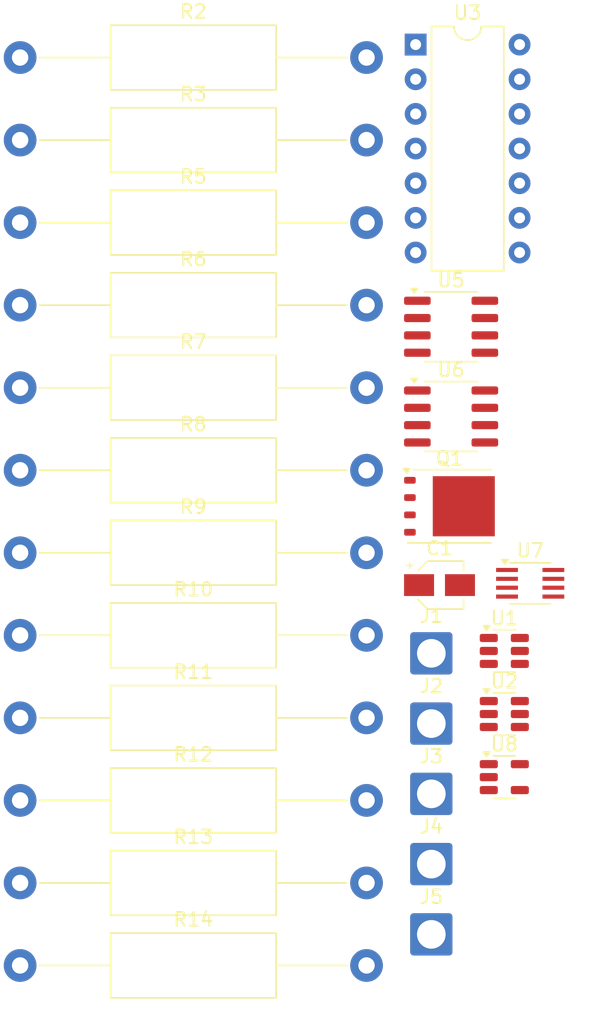
<source format=kicad_pcb>
(kicad_pcb (version 20240108) (generator "pcbnew") (generator_version "8.0")
  (layers (0 "F.Cu" signal) (31 "B.Cu" signal) (34 "B.Paste" user) (35 "F.Paste" user) (36 "B.SilkS" user "B.Silkscreen") (37 "F.SilkS" user "F.Silkscreen") (38 "B.Mask" user) (39 "F.Mask" user) (44 "Edge.Cuts" user))
  (net 0 "")
  (net 1 "V+")
  (net 2 "V-")
  (net 3 "Net-(J1-Pin_1)")
  (net 4 "GNDREF")
  (net 5 "Vout")
  (net 6 "Vset")
  (net 7 "Net-(J5-Pin_1)")
  (net 8 "Net-(Q1-D)")
  (net 10 "Net-(U1--)")
  (net 11 "Net-(U2-+)")
  (net 12 "Net-(U8-+)")
  (net 13 "Net-(U5--)")
  (net 14 "Net-(U6-+)")
  (net 15 "Net-(U2--)")
  (net 18 "Net-(U3A-Q)")
  (net 19 "Net-(U3A-~{R})")
  (net 20 "Net-(U3A-D)")
  (net 26 "Net-(U6-Pad6)")
  (footprint "Connector_Wire:SolderWire-1.5sqmm_1x01_D1.7mm_OD3mm" (layer "F.Cu") (at 118.5125 118.575)
    (property "Reference" "J5" (at 0 -2.75 0) (layer "F.SilkS"))
    (property "Value" "Conn_01x01_Socket")
    (pad "1" thru_hole roundrect (at 0 0) (size 3.1 3.1) (drill 2.1) (layers "*.Cu" "*.Mask") (roundrect_rratio 0.080645) (net 7 "Net-(J5-Pin_1)"))
  )
  (footprint "Resistor_THT:R_Axial_DIN0414_L11.9mm_D4.5mm_P25.40mm_Horizontal" (layer "F.Cu") (at 88.3625 84.555)
    (property "Reference" "R8" (at 12.7 -3.37 0) (layer "F.SilkS"))
    (property "Value" "100k")
    (fp_line (start 1.44 0) (end 6.63 0) (stroke (width 0.12)) (layer "F.SilkS"))
    (fp_line (start 6.63 -2.37) (end 6.63 2.37) (stroke (width 0.12)) (layer "F.SilkS"))
    (fp_line (start 6.63 2.37) (end 18.77 2.37) (stroke (width 0.12)) (layer "F.SilkS"))
    (fp_line (start 18.77 -2.37) (end 6.63 -2.37) (stroke (width 0.12)) (layer "F.SilkS"))
    (fp_line (start 18.77 2.37) (end 18.77 -2.37) (stroke (width 0.12)) (layer "F.SilkS"))
    (fp_line (start 23.96 0) (end 18.77 0) (stroke (width 0.12)) (layer "F.SilkS"))
    (pad "1" thru_hole circle (at 0 0) (size 2.4 2.4) (drill 1.2) (layers "*.Cu" "*.Mask") (net 2 "V-"))
    (pad "2" thru_hole oval (at 25.4 0) (size 2.4 2.4) (drill 1.2) (layers "*.Cu" "*.Mask") (net 12 "Net-(U8-+)"))
  )
  (footprint "Connector_Wire:SolderWire-1.5sqmm_1x01_D1.7mm_OD3mm" (layer "F.Cu") (at 118.5125 113.425)
    (property "Reference" "J4" (at 0 -2.75 0) (layer "F.SilkS"))
    (property "Value" "Conn_01x01_Socket")
    (pad "1" thru_hole roundrect (at 0 0) (size 3.1 3.1) (drill 2.1) (layers "*.Cu" "*.Mask") (roundrect_rratio 0.080645) (net 6 "Vset"))
  )
  (footprint "Package_TO_SOT_SMD:SOT-23-6" (layer "F.Cu") (at 123.8625 102.425)
    (property "Reference" "U2" (at 0 -2.4 0) (layer "F.SilkS"))
    (property "Value" "MAX4239AUT")
    (fp_line (start 0 -1.56) (end -0.8 -1.56) (stroke (width 0.12)) (layer "F.SilkS"))
    (fp_line (start 0 -1.56) (end 0.8 -1.56) (stroke (width 0.12)) (layer "F.SilkS"))
    (fp_line (start 0 1.56) (end -0.8 1.56) (stroke (width 0.12)) (layer "F.SilkS"))
    (fp_line (start 0 1.56) (end 0.8 1.56) (stroke (width 0.12)) (layer "F.SilkS"))
    (fp_poly (pts (xy -1.3 -1.51) (xy -1.54 -1.84) (xy -1.06 -1.84) (xy -1.3 -1.51)) (stroke (width 0.12)) (fill solid) (layer "F.SilkS"))
    (pad "1" smd roundrect (at -1.1375 -0.95) (size 1.325 0.6) (layers "F.Cu" "F.Paste" "F.Mask") (net 6 "Vset"))
    (pad "2" smd roundrect (at -1.1375 0) (size 1.325 0.6) (layers "F.Cu" "F.Paste" "F.Mask") (net 2 "V-"))
    (pad "3" smd roundrect (at -1.1375 0.95) (size 1.325 0.6) (layers "F.Cu" "F.Paste" "F.Mask") (net 11 "Net-(U2-+)"))
    (pad "4" smd roundrect (at 1.1375 0.95) (size 1.325 0.6) (layers "F.Cu" "F.Paste" "F.Mask") (net 15 "Net-(U2--)"))
    (pad "5" smd roundrect (at 1.1375 0) (size 1.325 0.6) (layers "F.Cu" "F.Paste" "F.Mask"))
    (pad "6" smd roundrect (at 1.1375 -0.95) (size 1.325 0.6) (layers "F.Cu" "F.Paste" "F.Mask") (net 1 "V+"))
  )
  (footprint "Resistor_THT:R_Axial_DIN0414_L11.9mm_D4.5mm_P25.40mm_Horizontal" (layer "F.Cu") (at 88.3625 90.605)
    (property "Reference" "R9" (at 12.7 -3.37 0) (layer "F.SilkS"))
    (property "Value" "10")
    (fp_line (start 1.44 0) (end 6.63 0) (stroke (width 0.12)) (layer "F.SilkS"))
    (fp_line (start 6.63 -2.37) (end 6.63 2.37) (stroke (width 0.12)) (layer "F.SilkS"))
    (fp_line (start 6.63 2.37) (end 18.77 2.37) (stroke (width 0.12)) (layer "F.SilkS"))
    (fp_line (start 18.77 -2.37) (end 6.63 -2.37) (stroke (width 0.12)) (layer "F.SilkS"))
    (fp_line (start 18.77 2.37) (end 18.77 -2.37) (stroke (width 0.12)) (layer "F.SilkS"))
    (fp_line (start 23.96 0) (end 18.77 0) (stroke (width 0.12)) (layer "F.SilkS"))
    (pad "1" thru_hole circle (at 0 0) (size 2.4 2.4) (drill 1.2) (layers "*.Cu" "*.Mask") (net 3 "Net-(J1-Pin_1)"))
    (pad "2" thru_hole oval (at 25.4 0) (size 2.4 2.4) (drill 1.2) (layers "*.Cu" "*.Mask") (net 8 "Net-(Q1-D)"))
  )
  (footprint "Package_SO:SSOP-8_2.95x2.8mm_P0.65mm" (layer "F.Cu") (at 125.7625 92.84)
    (property "Reference" "U7" (at 0 -2.4 0) (layer "F.SilkS"))
    (property "Value" "74AHC2G00")
    (fp_line (start 1.5 -1.5) (end -1.5 -1.5) (stroke (width 0.12)) (layer "F.SilkS"))
    (fp_line (start 1.5 1.5) (end -1.5 1.5) (stroke (width 0.12)) (layer "F.SilkS"))
    (fp_poly (pts (xy -1.85 -1.4) (xy -2.09 -1.73) (xy -1.61 -1.73) (xy -1.85 -1.4)) (stroke (width 0.12)) (fill solid) (layer "F.SilkS"))
    (pad "1" smd rect (at -1.7 -0.975 270) (size 0.3 1.6) (layers "F.Cu" "F.Paste" "F.Mask") (net 26 "Net-(U6-Pad6)"))
    (pad "2" smd rect (at -1.7 -0.325 270) (size 0.3 1.6) (layers "F.Cu" "F.Paste" "F.Mask") (net 18 "Net-(U3A-Q)"))
    (pad "3" smd rect (at -1.7 0.325 270) (size 0.3 1.6) (layers "F.Cu" "F.Paste" "F.Mask"))
    (pad "4" smd rect (at -1.7 0.975 270) (size 0.3 1.6) (layers "F.Cu" "F.Paste" "F.Mask"))
    (pad "5" smd rect (at 1.7 0.975 270) (size 0.3 1.6) (layers "F.Cu" "F.Paste" "F.Mask"))
    (pad "6" smd rect (at 1.7 0.325 270) (size 0.3 1.6) (layers "F.Cu" "F.Paste" "F.Mask"))
    (pad "7" smd rect (at 1.7 -0.325 270) (size 0.3 1.6) (layers "F.Cu" "F.Paste" "F.Mask") (net 19 "Net-(U3A-~{R})"))
    (pad "8" smd rect (at 1.7 -0.975 270) (size 0.3 1.6) (layers "F.Cu" "F.Paste" "F.Mask"))
  )
  (footprint "Resistor_THT:R_Axial_DIN0414_L11.9mm_D4.5mm_P25.40mm_Horizontal" (layer "F.Cu") (at 88.3625 54.305)
    (property "Reference" "R2" (at 12.7 -3.37 0) (layer "F.SilkS"))
    (property "Value" "1k")
    (fp_line (start 1.44 0) (end 6.63 0) (stroke (width 0.12)) (layer "F.SilkS"))
    (fp_line (start 6.63 -2.37) (end 6.63 2.37) (stroke (width 0.12)) (layer "F.SilkS"))
    (fp_line (start 6.63 2.37) (end 18.77 2.37) (stroke (width 0.12)) (layer "F.SilkS"))
    (fp_line (start 18.77 -2.37) (end 6.63 -2.37) (stroke (width 0.12)) (layer "F.SilkS"))
    (fp_line (start 18.77 2.37) (end 18.77 -2.37) (stroke (width 0.12)) (layer "F.SilkS"))
    (fp_line (start 23.96 0) (end 18.77 0) (stroke (width 0.12)) (layer "F.SilkS"))
    (pad "1" thru_hole circle (at 0 0) (size 2.4 2.4) (drill 1.2) (layers "*.Cu" "*.Mask") (net 4 "GNDREF"))
    (pad "2" thru_hole oval (at 25.4 0) (size 2.4 2.4) (drill 1.2) (layers "*.Cu" "*.Mask") (net 10 "Net-(U1--)"))
  )
  (footprint "Connector_Wire:SolderWire-1.5sqmm_1x01_D1.7mm_OD3mm" (layer "F.Cu") (at 118.5125 108.275)
    (property "Reference" "J3" (at 0 -2.75 0) (layer "F.SilkS"))
    (property "Value" "Conn_01x01_Socket")
    (pad "1" thru_hole roundrect (at 0 0) (size 3.1 3.1) (drill 2.1) (layers "*.Cu" "*.Mask") (roundrect_rratio 0.080645) (net 5 "Vout"))
  )
  (footprint "Package_TO_SOT_SMD:TDSON-8-1" (layer "F.Cu") (at 119.8425 87.195)
    (property "Reference" "Q1" (at 0 -3.5 0) (layer "F.SilkS"))
    (property "Value" "BSC028N06LS3")
    (fp_line (start 3.06 -2.685) (end -2.62 -2.685) (stroke (width 0.12)) (layer "F.SilkS"))
    (fp_line (start 3.06 2.685) (end -3.06 2.685) (stroke (width 0.12)) (layer "F.SilkS"))
    (fp_poly (pts (xy -3.131622 -2.42027) (xy -3.371622 -2.75027) (xy -2.891622 -2.75027) (xy -3.131622 -2.42027)) (stroke (width 0.12)) (fill solid) (layer "F.SilkS"))
    (pad "1" smd roundrect (at -2.9 -1.905) (size 0.85 0.5) (layers "F.Cu" "F.Paste" "F.Mask") (net 4 "GNDREF"))
    (pad "2" smd roundrect (at -2.9 -0.635) (size 0.85 0.5) (layers "F.Cu" "F.Paste" "F.Mask") (net 4 "GNDREF"))
    (pad "3" smd roundrect (at -2.9 0.635) (size 0.85 0.5) (layers "F.Cu" "F.Paste" "F.Mask") (net 4 "GNDREF"))
    (pad "4" smd roundrect (at -2.9 1.905) (size 0.85 0.5) (layers "F.Cu" "F.Paste" "F.Mask"))
    (pad "5" smd rect (at 1.05 0) (size 4.55 4.41) (layers "F.Cu") (net 8 "Net-(Q1-D)"))
  )
  (footprint "Package_SO:SOIC-8_3.9x4.9mm_P1.27mm" (layer "F.Cu") (at 119.9625 74.035)
    (property "Reference" "U5" (at 0 -3.4 0) (layer "F.SilkS"))
    (property "Value" "TLV3501AID")
    (fp_line (start 0 -2.56) (end -1.95 -2.56) (stroke (width 0.12)) (layer "F.SilkS"))
    (fp_line (start 0 -2.56) (end 1.95 -2.56) (stroke (width 0.12)) (layer "F.SilkS"))
    (fp_line (start 0 2.56) (end -1.95 2.56) (stroke (width 0.12)) (layer "F.SilkS"))
    (fp_line (start 0 2.56) (end 1.95 2.56) (stroke (width 0.12)) (layer "F.SilkS"))
    (fp_poly (pts (xy -2.7 -2.465) (xy -2.94 -2.795) (xy -2.46 -2.795) (xy -2.7 -2.465)) (stroke (width 0.12)) (fill solid) (layer "F.SilkS"))
    (pad "1" smd roundrect (at -2.475 -1.905) (size 1.95 0.6) (layers "F.Cu" "F.Paste" "F.Mask"))
    (pad "2" smd roundrect (at -2.475 -0.635) (size 1.95 0.6) (layers "F.Cu" "F.Paste" "F.Mask") (net 13 "Net-(U5--)"))
    (pad "3" smd roundrect (at -2.475 0.635) (size 1.95 0.6) (layers "F.Cu" "F.Paste" "F.Mask") (net 6 "Vset"))
    (pad "4" smd roundrect (at -2.475 1.905) (size 1.95 0.6) (layers "F.Cu" "F.Paste" "F.Mask") (net 4 "GNDREF"))
    (pad "5" smd roundrect (at 2.475 1.905) (size 1.95 0.6) (layers "F.Cu" "F.Paste" "F.Mask"))
    (pad "6" smd roundrect (at 2.475 0.635) (size 1.95 0.6) (layers "F.Cu" "F.Paste" "F.Mask") (net 20 "Net-(U3A-D)"))
    (pad "7" smd roundrect (at 2.475 -0.635) (size 1.95 0.6) (layers "F.Cu" "F.Paste" "F.Mask") (net 1 "V+"))
    (pad "8" smd roundrect (at 2.475 -1.905) (size 1.95 0.6) (layers "F.Cu" "F.Paste" "F.Mask") (net 4 "GNDREF"))
  )
  (footprint "Connector_Wire:SolderWire-1.5sqmm_1x01_D1.7mm_OD3mm" (layer "F.Cu") (at 118.5125 103.125)
    (property "Reference" "J2" (at 0 -2.75 0) (layer "F.SilkS"))
    (property "Value" "Conn_01x01_Socket")
    (pad "1" thru_hole roundrect (at 0 0) (size 3.1 3.1) (drill 2.1) (layers "*.Cu" "*.Mask") (roundrect_rratio 0.080645) (net 4 "GNDREF"))
  )
  (footprint "Resistor_THT:R_Axial_DIN0414_L11.9mm_D4.5mm_P25.40mm_Horizontal" (layer "F.Cu") (at 88.3625 60.355)
    (property "Reference" "R3" (at 12.7 -3.37 0) (layer "F.SilkS"))
    (property "Value" "9k")
    (fp_line (start 1.44 0) (end 6.63 0) (stroke (width 0.12)) (layer "F.SilkS"))
    (fp_line (start 6.63 -2.37) (end 6.63 2.37) (stroke (width 0.12)) (layer "F.SilkS"))
    (fp_line (start 6.63 2.37) (end 18.77 2.37) (stroke (width 0.12)) (layer "F.SilkS"))
    (fp_line (start 18.77 -2.37) (end 6.63 -2.37) (stroke (width 0.12)) (layer "F.SilkS"))
    (fp_line (start 18.77 2.37) (end 18.77 -2.37) (stroke (width 0.12)) (layer "F.SilkS"))
    (fp_line (start 23.96 0) (end 18.77 0) (stroke (width 0.12)) (layer "F.SilkS"))
    (pad "1" thru_hole circle (at 0 0) (size 2.4 2.4) (drill 1.2) (layers "*.Cu" "*.Mask") (net 10 "Net-(U1--)"))
    (pad "2" thru_hole oval (at 25.4 0) (size 2.4 2.4) (drill 1.2) (layers "*.Cu" "*.Mask") (net 11 "Net-(U2-+)"))
  )
  (footprint "Connector_Wire:SolderWire-1.5sqmm_1x01_D1.7mm_OD3mm" (layer "F.Cu") (at 118.5125 97.975)
    (property "Reference" "J1" (at 0 -2.75 0) (layer "F.SilkS"))
    (property "Value" "Conn_01x01_Socket")
    (pad "1" thru_hole roundrect (at 0 0) (size 3.1 3.1) (drill 2.1) (layers "*.Cu" "*.Mask") (roundrect_rratio 0.080645) (net 3 "Net-(J1-Pin_1)"))
  )
  (footprint "Package_SO:SOIC-8_3.9x4.9mm_P1.27mm" (layer "F.Cu") (at 119.9625 80.615)
    (property "Reference" "U6" (at 0 -3.4 0) (layer "F.SilkS"))
    (property "Value" "TLV3501AID")
    (fp_line (start 0 -2.56) (end -1.95 -2.56) (stroke (width 0.12)) (layer "F.SilkS"))
    (fp_line (start 0 -2.56) (end 1.95 -2.56) (stroke (width 0.12)) (layer "F.SilkS"))
    (fp_line (start 0 2.56) (end -1.95 2.56) (stroke (width 0.12)) (layer "F.SilkS"))
    (fp_line (start 0 2.56) (end 1.95 2.56) (stroke (width 0.12)) (layer "F.SilkS"))
    (fp_poly (pts (xy -2.7 -2.465) (xy -2.94 -2.795) (xy -2.46 -2.795) (xy -2.7 -2.465)) (stroke (width 0.12)) (fill solid) (layer "F.SilkS"))
    (pad "1" smd roundrect (at -2.475 -1.905) (size 1.95 0.6) (layers "F.Cu" "F.Paste" "F.Mask"))
    (pad "2" smd roundrect (at -2.475 -0.635) (size 1.95 0.6) (layers "F.Cu" "F.Paste" "F.Mask") (net 6 "Vset"))
    (pad "3" smd roundrect (at -2.475 0.635) (size 1.95 0.6) (layers "F.Cu" "F.Paste" "F.Mask") (net 14 "Net-(U6-+)"))
    (pad "4" smd roundrect (at -2.475 1.905) (size 1.95 0.6) (layers "F.Cu" "F.Paste" "F.Mask") (net 4 "GNDREF"))
    (pad "5" smd roundrect (at 2.475 1.905) (size 1.95 0.6) (layers "F.Cu" "F.Paste" "F.Mask"))
    (pad "6" smd roundrect (at 2.475 0.635) (size 1.95 0.6) (layers "F.Cu" "F.Paste" "F.Mask") (net 26 "Net-(U6-Pad6)"))
    (pad "7" smd roundrect (at 2.475 -0.635) (size 1.95 0.6) (layers "F.Cu" "F.Paste" "F.Mask") (net 1 "V+"))
    (pad "8" smd roundrect (at 2.475 -1.905) (size 1.95 0.6) (layers "F.Cu" "F.Paste" "F.Mask") (net 4 "GNDREF"))
  )
  (footprint "Package_DIP:DIP-14_W7.62mm" (layer "F.Cu") (at 117.3625 53.355)
    (property "Reference" "U3" (at 3.81 -2.33 0) (layer "F.SilkS"))
    (property "Value" "74HC74")
    (fp_line (start 1.16 -1.33) (end 1.16 16.57) (stroke (width 0.12)) (layer "F.SilkS"))
    (fp_line (start 1.16 16.57) (end 6.46 16.57) (stroke (width 0.12)) (layer "F.SilkS"))
    (fp_line (start 2.81 -1.33) (end 1.16 -1.33) (stroke (width 0.12)) (layer "F.SilkS"))
    (fp_line (start 6.46 -1.33) (end 4.81 -1.33) (stroke (width 0.12)) (layer "F.SilkS"))
    (fp_line (start 6.46 16.57) (end 6.46 -1.33) (stroke (width 0.12)) (layer "F.SilkS"))
    (fp_arc (start 4.81 -1.33) (mid 3.81 -0.33) (end 2.81 -1.33) (stroke (width 0.12)) (layer "F.SilkS"))
    (pad "1" thru_hole rect (at 0 0) (size 1.6 1.6) (drill 0.8) (layers "*.Cu" "*.Mask") (net 19 "Net-(U3A-~{R})"))
    (pad "2" thru_hole oval (at 0 2.54) (size 1.6 1.6) (drill 0.8) (layers "*.Cu" "*.Mask") (net 20 "Net-(U3A-D)"))
    (pad "3" thru_hole oval (at 0 5.08) (size 1.6 1.6) (drill 0.8) (layers "*.Cu" "*.Mask") (net 7 "Net-(J5-Pin_1)"))
    (pad "4" thru_hole oval (at 0 7.62) (size 1.6 1.6) (drill 0.8) (layers "*.Cu" "*.Mask") (net 1 "V+"))
    (pad "5" thru_hole oval (at 0 10.16) (size 1.6 1.6) (drill 0.8) (layers "*.Cu" "*.Mask") (net 18 "Net-(U3A-Q)"))
    (pad "6" thru_hole oval (at 0 12.7) (size 1.6 1.6) (drill 0.8) (layers "*.Cu" "*.Mask"))
    (pad "7" thru_hole oval (at 0 15.24) (size 1.6 1.6) (drill 0.8) (layers "*.Cu" "*.Mask"))
    (pad "8" thru_hole oval (at 7.62 15.24) (size 1.6 1.6) (drill 0.8) (layers "*.Cu" "*.Mask"))
    (pad "9" thru_hole oval (at 7.62 12.7) (size 1.6 1.6) (drill 0.8) (layers "*.Cu" "*.Mask"))
    (pad "10" thru_hole oval (at 7.62 10.16) (size 1.6 1.6) (drill 0.8) (layers "*.Cu" "*.Mask"))
    (pad "11" thru_hole oval (at 7.62 7.62) (size 1.6 1.6) (drill 0.8) (layers "*.Cu" "*.Mask"))
    (pad "12" thru_hole oval (at 7.62 5.08) (size 1.6 1.6) (drill 0.8) (layers "*.Cu" "*.Mask"))
    (pad "13" thru_hole oval (at 7.62 2.54) (size 1.6 1.6) (drill 0.8) (layers "*.Cu" "*.Mask"))
    (pad "14" thru_hole oval (at 7.62 0) (size 1.6 1.6) (drill 0.8) (layers "*.Cu" "*.Mask"))
  )
  (footprint "Resistor_THT:R_Axial_DIN0414_L11.9mm_D4.5mm_P25.40mm_Horizontal" (layer "F.Cu") (at 88.3625 120.855)
    (property "Reference" "R14" (at 12.7 -3.37 0) (layer "F.SilkS"))
    (property "Value" "9k")
    (fp_line (start 1.44 0) (end 6.63 0) (stroke (width 0.12)) (layer "F.SilkS"))
    (fp_line (start 6.63 -2.37) (end 6.63 2.37) (stroke (width 0.12)) (layer "F.SilkS"))
    (fp_line (start 6.63 2.37) (end 18.77 2.37) (stroke (width 0.12)) (layer "F.SilkS"))
    (fp_line (start 18.77 -2.37) (end 6.63 -2.37) (stroke (width 0.12)) (layer "F.SilkS"))
    (fp_line (start 18.77 2.37) (end 18.77 -2.37) (stroke (width 0.12)) (layer "F.SilkS"))
    (fp_line (start 23.96 0) (end 18.77 0) (stroke (width 0.12)) (layer "F.SilkS"))
    (pad "1" thru_hole circle (at 0 0) (size 2.4 2.4) (drill 1.2) (layers "*.Cu" "*.Mask") (net 15 "Net-(U2--)"))
    (pad "2" thru_hole oval (at 25.4 0) (size 2.4 2.4) (drill 1.2) (layers "*.Cu" "*.Mask") (net 5 "Vout"))
  )
  (footprint "Package_TO_SOT_SMD:SOT-23-6" (layer "F.Cu") (at 123.8625 97.8)
    (property "Reference" "U1" (at 0 -2.4 0) (layer "F.SilkS"))
    (property "Value" "MAX4239AUT")
    (fp_line (start 0 -1.56) (end -0.8 -1.56) (stroke (width 0.12)) (layer "F.SilkS"))
    (fp_line (start 0 -1.56) (end 0.8 -1.56) (stroke (width 0.12)) (layer "F.SilkS"))
    (fp_line (start 0 1.56) (end -0.8 1.56) (stroke (width 0.12)) (layer "F.SilkS"))
    (fp_line (start 0 1.56) (end 0.8 1.56) (stroke (width 0.12)) (layer "F.SilkS"))
    (fp_poly (pts (xy -1.3 -1.51) (xy -1.54 -1.84) (xy -1.06 -1.84) (xy -1.3 -1.51)) (stroke (width 0.12)) (fill solid) (layer "F.SilkS"))
    (pad "1" smd roundrect (at -1.1375 -0.95) (size 1.325 0.6) (layers "F.Cu" "F.Paste" "F.Mask") (net 11 "Net-(U2-+)"))
    (pad "2" smd roundrect (at -1.1375 0) (size 1.325 0.6) (layers "F.Cu" "F.Paste" "F.Mask") (net 2 "V-"))
    (pad "3" smd roundrect (at -1.1375 0.95) (size 1.325 0.6) (layers "F.Cu" "F.Paste" "F.Mask") (net 3 "Net-(J1-Pin_1)"))
    (pad "4" smd roundrect (at 1.1375 0.95) (size 1.325 0.6) (layers "F.Cu" "F.Paste" "F.Mask") (net 10 "Net-(U1--)"))
    (pad "5" smd roundrect (at 1.1375 0) (size 1.325 0.6) (layers "F.Cu" "F.Paste" "F.Mask"))
    (pad "6" smd roundrect (at 1.1375 -0.95) (size 1.325 0.6) (layers "F.Cu" "F.Paste" "F.Mask") (net 1 "V+"))
  )
  (footprint "Resistor_THT:R_Axial_DIN0414_L11.9mm_D4.5mm_P25.40mm_Horizontal" (layer "F.Cu") (at 88.3625 102.705)
    (property "Reference" "R11" (at 12.7 -3.37 0) (layer "F.SilkS"))
    (property "Value" "65000")
    (fp_line (start 1.44 0) (end 6.63 0) (stroke (width 0.12)) (layer "F.SilkS"))
    (fp_line (start 6.63 -2.37) (end 6.63 2.37) (stroke (width 0.12)) (layer "F.SilkS"))
    (fp_line (start 6.63 2.37) (end 18.77 2.37) (stroke (width 0.12)) (layer "F.SilkS"))
    (fp_line (start 18.77 -2.37) (end 6.63 -2.37) (stroke (width 0.12)) (layer "F.SilkS"))
    (fp_line (start 18.77 2.37) (end 18.77 -2.37) (stroke (width 0.12)) (layer "F.SilkS"))
    (fp_line (start 23.96 0) (end 18.77 0) (stroke (width 0.12)) (layer "F.SilkS"))
    (pad "1" thru_hole circle (at 0 0) (size 2.4 2.4) (drill 1.2) (layers "*.Cu" "*.Mask") (net 13 "Net-(U5--)"))
    (pad "2" thru_hole oval (at 25.4 0) (size 2.4 2.4) (drill 1.2) (layers "*.Cu" "*.Mask") (net 14 "Net-(U6-+)"))
  )
  (footprint "Resistor_THT:R_Axial_DIN0414_L11.9mm_D4.5mm_P25.40mm_Horizontal" (layer "F.Cu") (at 88.3625 114.805)
    (property "Reference" "R13" (at 12.7 -3.37 0) (layer "F.SilkS"))
    (property "Value" "1k")
    (fp_line (start 1.44 0) (end 6.63 0) (stroke (width 0.12)) (layer "F.SilkS"))
    (fp_line (start 6.63 -2.37) (end 6.63 2.37) (stroke (width 0.12)) (layer "F.SilkS"))
    (fp_line (start 6.63 2.37) (end 18.77 2.37) (stroke (width 0.12)) (layer "F.SilkS"))
    (fp_line (start 18.77 -2.37) (end 6.63 -2.37) (stroke (width 0.12)) (layer "F.SilkS"))
    (fp_line (start 18.77 2.37) (end 18.77 -2.37) (stroke (width 0.12)) (layer "F.SilkS"))
    (fp_line (start 23.96 0) (end 18.77 0) (stroke (width 0.12)) (layer "F.SilkS"))
    (pad "1" thru_hole circle (at 0 0) (size 2.4 2.4) (drill 1.2) (layers "*.Cu" "*.Mask") (net 15 "Net-(U2--)"))
    (pad "2" thru_hole oval (at 25.4 0) (size 2.4 2.4) (drill 1.2) (layers "*.Cu" "*.Mask") (net 4 "GNDREF"))
  )
  (footprint "Resistor_THT:R_Axial_DIN0414_L11.9mm_D4.5mm_P25.40mm_Horizontal" (layer "F.Cu") (at 88.3625 108.755)
    (property "Reference" "R12" (at 12.7 -3.37 0) (layer "F.SilkS"))
    (property "Value" "220")
    (fp_line (start 1.44 0) (end 6.63 0) (stroke (width 0.12)) (layer "F.SilkS"))
    (fp_line (start 6.63 -2.37) (end 6.63 2.37) (stroke (width 0.12)) (layer "F.SilkS"))
    (fp_line (start 6.63 2.37) (end 18.77 2.37) (stroke (width 0.12)) (layer "F.SilkS"))
    (fp_line (start 18.77 -2.37) (end 6.63 -2.37) (stroke (width 0.12)) (layer "F.SilkS"))
    (fp_line (start 18.77 2.37) (end 18.77 -2.37) (stroke (width 0.12)) (layer "F.SilkS"))
    (fp_line (start 23.96 0) (end 18.77 0) (stroke (width 0.12)) (layer "F.SilkS"))
    (pad "1" thru_hole circle (at 0 0) (size 2.4 2.4) (drill 1.2) (layers "*.Cu" "*.Mask") (net 14 "Net-(U6-+)"))
    (pad "2" thru_hole oval (at 25.4 0) (size 2.4 2.4) (drill 1.2) (layers "*.Cu" "*.Mask") (net 4 "GNDREF"))
  )
  (footprint "Resistor_THT:R_Axial_DIN0414_L11.9mm_D4.5mm_P25.40mm_Horizontal" (layer "F.Cu") (at 88.3625 66.405)
    (property "Reference" "R5" (at 12.7 -3.37 0) (layer "F.SilkS"))
    (property "Value" "10")
    (fp_line (start 1.44 0) (end 6.63 0) (stroke (width 0.12)) (layer "F.SilkS"))
    (fp_line (start 6.63 -2.37) (end 6.63 2.37) (stroke (width 0.12)) (layer "F.SilkS"))
    (fp_line (start 6.63 2.37) (end 18.77 2.37) (stroke (width 0.12)) (layer "F.SilkS"))
    (fp_line (start 18.77 -2.37) (end 6.63 -2.37) (stroke (width 0.12)) (layer "F.SilkS"))
    (fp_line (start 18.77 2.37) (end 18.77 -2.37) (stroke (width 0.12)) (layer "F.SilkS"))
    (fp_line (start 23.96 0) (end 18.77 0) (stroke (width 0.12)) (layer "F.SilkS"))
    (pad "1" thru_hole circle (at 0 0) (size 2.4 2.4) (drill 1.2) (layers "*.Cu" "*.Mask") (net 3 "Net-(J1-Pin_1)"))
    (pad "2" thru_hole oval (at 25.4 0) (size 2.4 2.4) (drill 1.2) (layers "*.Cu" "*.Mask") (net 4 "GNDREF"))
  )
  (footprint "Package_TO_SOT_SMD:SOT-23-5" (layer "F.Cu") (at 123.8625 107.05)
    (property "Reference" "U8" (at 0 -2.4 0) (layer "F.SilkS"))
    (property "Value" "LMV321")
    (fp_line (start 0 -1.56) (end -0.8 -1.56) (stroke (width 0.12)) (layer "F.SilkS"))
    (fp_line (start 0 -1.56) (end 0.8 -1.56) (stroke (width 0.12)) (layer "F.SilkS"))
    (fp_line (start 0 1.56) (end -0.8 1.56) (stroke (width 0.12)) (layer "F.SilkS"))
    (fp_line (start 0 1.56) (end 0.8 1.56) (stroke (width 0.12)) (layer "F.SilkS"))
    (fp_poly (pts (xy -1.3 -1.51) (xy -1.54 -1.84) (xy -1.06 -1.84) (xy -1.3 -1.51)) (stroke (width 0.12)) (fill solid) (layer "F.SilkS"))
    (pad "1" smd roundrect (at -1.1375 -0.95) (size 1.325 0.6) (layers "F.Cu" "F.Paste" "F.Mask") (net 12 "Net-(U8-+)"))
    (pad "2" smd roundrect (at -1.1375 0) (size 1.325 0.6) (layers "F.Cu" "F.Paste" "F.Mask") (net 2 "V-"))
    (pad "3" smd roundrect (at -1.1375 0.95) (size 1.325 0.6) (layers "F.Cu" "F.Paste" "F.Mask") (net 4 "GNDREF"))
    (pad "4" smd roundrect (at 1.1375 0.95) (size 1.325 0.6) (layers "F.Cu" "F.Paste" "F.Mask") (net 4 "GNDREF"))
    (pad "5" smd roundrect (at 1.1375 -0.95) (size 1.325 0.6) (layers "F.Cu" "F.Paste" "F.Mask") (net 1 "V+"))
  )
  (footprint "Resistor_THT:R_Axial_DIN0414_L11.9mm_D4.5mm_P25.40mm_Horizontal" (layer "F.Cu") (at 88.3625 72.455)
    (property "Reference" "R6" (at 12.7 -3.37 0) (layer "F.SilkS"))
    (property "Value" "50k")
    (fp_line (start 1.44 0) (end 6.63 0) (stroke (width 0.12)) (layer "F.SilkS"))
    (fp_line (start 6.63 -2.37) (end 6.63 2.37) (stroke (width 0.12)) (layer "F.SilkS"))
    (fp_line (start 6.63 2.37) (end 18.77 2.37) (stroke (width 0.12)) (layer "F.SilkS"))
    (fp_line (start 18.77 -2.37) (end 6.63 -2.37) (stroke (width 0.12)) (layer "F.SilkS"))
    (fp_line (start 18.77 2.37) (end 18.77 -2.37) (stroke (width 0.12)) (layer "F.SilkS"))
    (fp_line (start 23.96 0) (end 18.77 0) (stroke (width 0.12)) (layer "F.SilkS"))
    (pad "1" thru_hole circle (at 0 0) (size 2.4 2.4) (drill 1.2) (layers "*.Cu" "*.Mask") (net 6 "Vset"))
    (pad "2" thru_hole oval (at 25.4 0) (size 2.4 2.4) (drill 1.2) (layers "*.Cu" "*.Mask") (net 5 "Vout"))
  )
  (footprint "Capacitor_SMD:CP_Elec_3x5.3" (layer "F.Cu") (at 119.1125 92.975)
    (property "Reference" "C1" (at 0 -2.7 0) (layer "F.SilkS"))
    (property "Value" "0u1")
    (fp_line (start -2.375 -1.435) (end -2 -1.435) (stroke (width 0.12)) (layer "F.SilkS"))
    (fp_line (start -2.1875 -1.6225) (end -2.1875 -1.2475) (stroke (width 0.12)) (layer "F.SilkS"))
    (fp_line (start -1.570563 -1.06) (end -0.870563 -1.76) (stroke (width 0.12)) (layer "F.SilkS"))
    (fp_line (start -1.570563 1.06) (end -0.870563 1.76) (stroke (width 0.12)) (layer "F.SilkS"))
    (fp_line (start -0.870563 -1.76) (end 1.76 -1.76) (stroke (width 0.12)) (layer "F.SilkS"))
    (fp_line (start -0.870563 1.76) (end 1.76 1.76) (stroke (width 0.12)) (layer "F.SilkS"))
    (fp_line (start 1.76 -1.76) (end 1.76 -1.06) (stroke (width 0.12)) (layer "F.SilkS"))
    (fp_line (start 1.76 1.76) (end 1.76 1.06) (stroke (width 0.12)) (layer "F.SilkS"))
    (pad "1" smd rect (at -1.5 0) (size 2.2 1.6) (layers "F.Cu" "F.Paste" "F.Mask") (net 1 "V+"))
    (pad "2" smd rect (at 1.5 0) (size 2.2 1.6) (layers "F.Cu" "F.Paste" "F.Mask") (net 2 "V-"))
  )
  (footprint "Resistor_THT:R_Axial_DIN0414_L11.9mm_D4.5mm_P25.40mm_Horizontal" (layer "F.Cu") (at 88.3625 96.655)
    (property "Reference" "R10" (at 12.7 -3.37 0) (layer "F.SilkS"))
    (property "Value" "10000")
    (fp_line (start 1.44 0) (end 6.63 0) (stroke (width 0.12)) (layer "F.SilkS"))
    (fp_line (start 6.63 -2.37) (end 6.63 2.37) (stroke (width 0.12)) (layer "F.SilkS"))
    (fp_line (start 6.63 2.37) (end 18.77 2.37) (stroke (width 0.12)) (layer "F.SilkS"))
    (fp_line (start 18.77 -2.37) (end 6.63 -2.37) (stroke (width 0.12)) (layer "F.SilkS"))
    (fp_line (start 18.77 2.37) (end 18.77 -2.37) (stroke (width 0.12)) (layer "F.SilkS"))
    (fp_line (start 23.96 0) (end 18.77 0) (stroke (width 0.12)) (layer "F.SilkS"))
    (pad "1" thru_hole circle (at 0 0) (size 2.4 2.4) (drill 1.2) (layers "*.Cu" "*.Mask") (net 1 "V+"))
    (pad "2" thru_hole oval (at 25.4 0) (size 2.4 2.4) (drill 1.2) (layers "*.Cu" "*.Mask") (net 13 "Net-(U5--)"))
  )
  (footprint "Resistor_THT:R_Axial_DIN0414_L11.9mm_D4.5mm_P25.40mm_Horizontal" (layer "F.Cu") (at 88.3625 78.505)
    (property "Reference" "R7" (at 12.7 -3.37 0) (layer "F.SilkS"))
    (property "Value" "100k")
    (fp_line (start 1.44 0) (end 6.63 0) (stroke (width 0.12)) (layer "F.SilkS"))
    (fp_line (start 6.63 -2.37) (end 6.63 2.37) (stroke (width 0.12)) (layer "F.SilkS"))
    (fp_line (start 6.63 2.37) (end 18.77 2.37) (stroke (width 0.12)) (layer "F.SilkS"))
    (fp_line (start 18.77 -2.37) (end 6.63 -2.37) (stroke (width 0.12)) (layer "F.SilkS"))
    (fp_line (start 18.77 2.37) (end 18.77 -2.37) (stroke (width 0.12)) (layer "F.SilkS"))
    (fp_line (start 23.96 0) (end 18.77 0) (stroke (width 0.12)) (layer "F.SilkS"))
    (pad "1" thru_hole circle (at 0 0) (size 2.4 2.4) (drill 1.2) (layers "*.Cu" "*.Mask") (net 12 "Net-(U8-+)"))
    (pad "2" thru_hole oval (at 25.4 0) (size 2.4 2.4) (drill 1.2) (layers "*.Cu" "*.Mask") (net 1 "V+"))
  )
)
</source>
